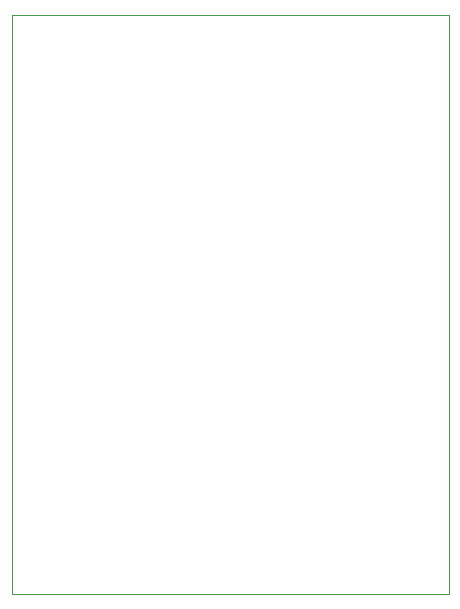
<source format=gbr>
G04 (created by PCBNEW (2013-07-07 BZR 4022)-stable) date 11/15/2014 7:33:56 AM*
%MOIN*%
G04 Gerber Fmt 3.4, Leading zero omitted, Abs format*
%FSLAX34Y34*%
G01*
G70*
G90*
G04 APERTURE LIST*
%ADD10C,0.00590551*%
%ADD11C,0.00393701*%
G04 APERTURE END LIST*
G54D10*
G54D11*
X14566Y0D02*
X0Y0D01*
X14566Y-19291D02*
X0Y-19291D01*
X14566Y0D02*
X14566Y-19291D01*
X0Y-19291D02*
X0Y0D01*
M02*

</source>
